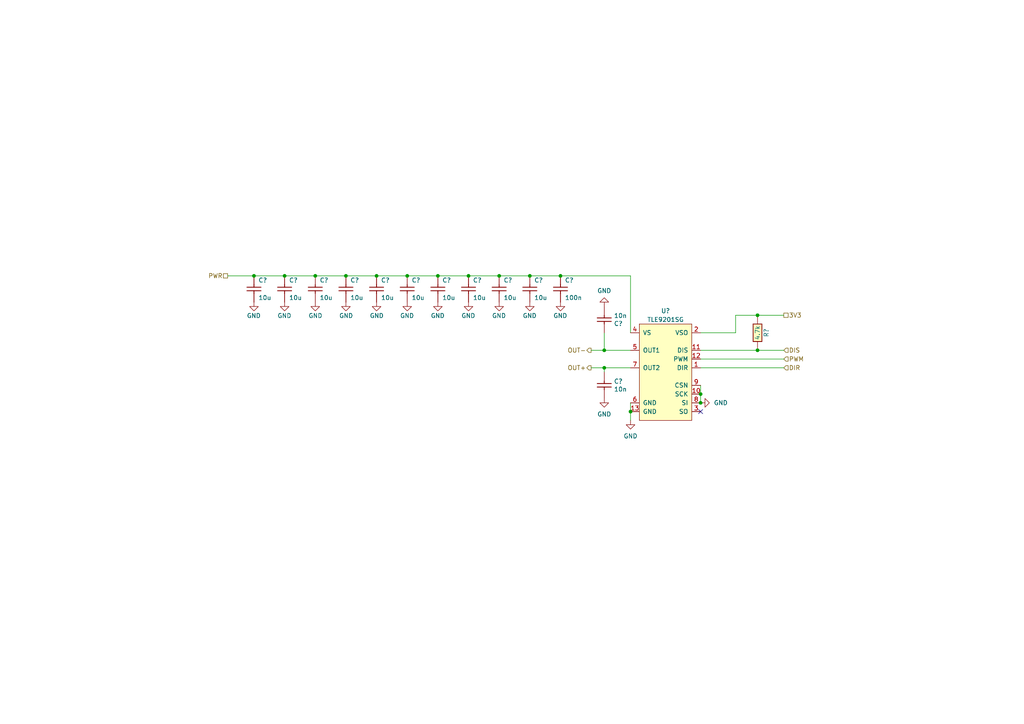
<source format=kicad_sch>
(kicad_sch (version 20230121) (generator eeschema)
  (paper "A4")
  (title_block (title "Hellen-One DC motor driver") (date "2023-09-04") (rev "0.1"))
  (lib_symbols
    (symbol "chips:TLE9201SG" (pin_names (offset 1.016))
      (property "Reference" "U" (at -1.27 3.81 0))
      (property "Value" "TLE9201SG" (at 2.54 1.27 0))
      (symbol "TLE9201SG_0_1"
        (rectangle (start -2.54 0) (end 12.7 -27.94) (fill (type background)))
      )
      (symbol "TLE9201SG_1_1"
        (pin passive line (at -5.08 -12.7 0) (length 2.54) (name "DIR") (number "1"))
        (pin passive line (at -5.08 -20.32 0) (length 2.54) (name "SCK") (number "10"))
        (pin passive line (at -5.08 -7.62 0) (length 2.54) (name "DIS") (number "11"))
        (pin passive line (at -5.08 -10.16 0) (length 2.54) (name "PWM") (number "12"))
        (pin passive line (at 15.24 -25.4 180) (length 2.54) (name "GND") (number "13"))
        (pin passive line (at -5.08 -2.54 0) (length 2.54) (name "VSO") (number "2"))
        (pin passive line (at -5.08 -25.4 0) (length 2.54) (name "SO") (number "3"))
        (pin passive line (at 15.24 -2.54 180) (length 2.54) (name "VS") (number "4"))
        (pin passive line (at 15.24 -7.62 180) (length 2.54) (name "OUT1") (number "5"))
        (pin passive line (at 15.24 -22.86 180) (length 2.54) (name "GND") (number "6"))
        (pin passive line (at 15.24 -12.7 180) (length 2.54) (name "OUT2") (number "7"))
        (pin passive line (at -5.08 -22.86 0) (length 2.54) (name "SI") (number "8"))
        (pin passive line (at -5.08 -17.78 0) (length 2.54) (name "CSN") (number "9"))
      )
    )
    (symbol "hellen-one-common:Cap" (pin_numbers hide)
      (property "Reference" "C" (at -3.81 2.54 0))
      (property "Value" "Cap" (at -2.54 -1.27 0))
      (symbol "Cap_1_0"
        (polyline (pts (xy -1.27 0) (xy -0.508 0)) (stroke (width 0.254)))
        (polyline (pts (xy -0.508 -2.032) (xy -0.508 2.032)) (stroke (width 0.254)))
        (polyline (pts (xy 0.508 2.032) (xy 0.508 -2.032)) (stroke (width 0.254)))
        (polyline (pts (xy 1.27 0) (xy 0.508 0)) (stroke (width 0.254)))
        (pin passive line (at -3.81 0 0) (length 2.54) (name "") (number "1"))
        (pin passive line (at 3.81 0 180) (length 2.54) (name "") (number "2"))
      )
    )
    (symbol "hellen-one-common:Res" (pin_numbers hide)
      (property "Reference" "R" (at 3.81 2.54 0))
      (property "Value" "Res" (at 5.08 -2.54 0))
      (symbol "Res_1_0"
        (rectangle (start 2.54 -1.27) (end 7.62 1.27) (stroke (width 0.254)) (fill (type background)))
        (pin passive line (at 0 0 0) (length 2.54) (name "") (number "1"))
        (pin passive line (at 10.16 0 180) (length 2.54) (name "") (number "2"))
      )
    )
    (symbol "power:GND" (power) (pin_names (offset 0))
      (property "Value" "GND" (at 0 -3.81 0))
      (symbol "GND_0_1"
        (polyline (pts (xy 0 0) (xy 0 -1.27) (xy 1.27 -1.27) (xy 0 -2.54) (xy -1.27 -1.27) (xy 0 -1.27)))
      )
      (symbol "GND_1_1"
        (pin power_in line (at 0 0 270) (length 0) hide (name "GND") (number "1"))
      )
    )
  )
  (junction (at 144.78 80.01))
  (junction (at 91.44 80.01))
  (junction (at 219.71 91.44))
  (junction (at 127 80.01))
  (junction (at 135.89 80.01))
  (junction (at 203.2 116.84))
  (junction (at 175.26 101.6))
  (junction (at 175.26 106.68))
  (junction (at 109.22 80.01))
  (junction (at 219.71 101.6))
  (junction (at 118.11 80.01))
  (junction (at 182.88 119.38))
  (junction (at 203.2 114.3))
  (junction (at 162.56 80.01))
  (junction (at 73.66 80.01))
  (junction (at 153.67 80.01))
  (junction (at 82.55 80.01))
  (junction (at 100.33 80.01))
  (no_connect (at 203.2 119.38))
  (wire (pts (xy 175.26 101.6) (xy 171.45 101.6)))
  (wire (pts (xy 203.2 96.52) (xy 213.36 96.52)))
  (wire (pts (xy 203.2 111.76) (xy 203.2 114.3)))
  (wire (pts (xy 203.2 106.68) (xy 227.33 106.68)))
  (wire (pts (xy 153.67 80.01) (xy 162.56 80.01)))
  (wire (pts (xy 203.2 114.3) (xy 203.2 116.84)))
  (wire (pts (xy 203.2 101.6) (xy 219.71 101.6)))
  (wire (pts (xy 127 80.01) (xy 135.89 80.01)))
  (wire (pts (xy 203.2 104.14) (xy 227.33 104.14)))
  (wire (pts (xy 91.44 80.01) (xy 100.33 80.01)))
  (wire (pts (xy 175.26 106.68) (xy 182.88 106.68)))
  (wire (pts (xy 171.45 106.68) (xy 175.26 106.68)))
  (wire (pts (xy 182.88 101.6) (xy 175.26 101.6)))
  (wire (pts (xy 219.71 91.44) (xy 227.33 91.44)))
  (wire (pts (xy 144.78 80.01) (xy 153.67 80.01)))
  (wire (pts (xy 182.88 116.84) (xy 182.88 119.38)))
  (wire (pts (xy 213.36 96.52) (xy 213.36 91.44)))
  (wire (pts (xy 182.88 119.38) (xy 182.88 121.92)))
  (wire (pts (xy 82.55 80.01) (xy 91.44 80.01)))
  (wire (pts (xy 109.22 80.01) (xy 118.11 80.01)))
  (wire (pts (xy 73.66 80.01) (xy 82.55 80.01)))
  (wire (pts (xy 118.11 80.01) (xy 127 80.01)))
  (wire (pts (xy 175.26 101.6) (xy 175.26 96.52)))
  (wire (pts (xy 175.26 106.68) (xy 175.26 107.95)))
  (wire (pts (xy 135.89 80.01) (xy 144.78 80.01)))
  (wire (pts (xy 213.36 91.44) (xy 219.71 91.44)))
  (wire (pts (xy 66.04 80.01) (xy 73.66 80.01)))
  (wire (pts (xy 219.71 101.6) (xy 227.33 101.6)))
  (wire (pts (xy 162.56 80.01) (xy 182.88 80.01)))
  (wire (pts (xy 182.88 80.01) (xy 182.88 96.52)))
  (wire (pts (xy 100.33 80.01) (xy 109.22 80.01)))
  (hierarchical_label "3V3" (shape passive) (at 227.33 91.44 0))
  (hierarchical_label "OUT-" (shape output) (at 171.45 101.6 180))
  (hierarchical_label "DIS" (shape input) (at 227.33 101.6 0))
  (hierarchical_label "DIR" (shape input) (at 227.33 106.68 0))
  (hierarchical_label "PWM" (shape input) (at 227.33 104.14 0))
  (hierarchical_label "PWR" (shape passive) (at 66.04 80.01 180))
  (hierarchical_label "OUT+" (shape output) (at 171.45 106.68 180))
  (symbol (lib_id "hellen-one-common:Cap") (at 144.78 83.82 90) (unit 1)
    (property "Reference" "C?" (at 146.05 81.28 90) (effects (justify right)))
    (property "Value" "10u" (at 146.05 86.36 90) (effects (justify right)))
    (property "Footprint" "hellen-one-common:C0805" (effects hide))
    (property "LCSC" "C15850" (effects hide))
  )
  (symbol (lib_id "power:GND") (at 118.11 87.63 0) (mirror y) (unit 1)
    (property "Reference" "#PWR?" (effects hide))
    (property "Value" "GND" (at 118.0592 91.5734 0))
  )
  (symbol (lib_id "hellen-one-common:Cap") (at 118.11 83.82 90) (unit 1)
    (property "Reference" "C?" (at 119.38 81.28 90) (effects (justify right)))
    (property "Value" "10u" (at 119.38 86.36 90) (effects (justify right)))
    (property "Footprint" "hellen-one-common:C0805" (effects hide))
    (property "LCSC" "C15850" (effects hide))
  )
  (symbol (lib_id "hellen-one-common:Cap") (at 109.22 83.82 90) (unit 1)
    (property "Reference" "C?" (at 110.49 81.28 90) (effects (justify right)))
    (property "Value" "10u" (at 110.49 86.36 90) (effects (justify right)))
    (property "Footprint" "hellen-one-common:C0805" (effects hide))
    (property "LCSC" "C15850" (effects hide))
  )
  (symbol (lib_id "power:GND") (at 144.78 87.63 0) (mirror y) (unit 1)
    (property "Reference" "#PWR?" (effects hide))
    (property "Value" "GND" (at 144.7292 91.5734 0))
  )
  (symbol (lib_id "power:GND") (at 91.44 87.63 0) (unit 1)
    (property "Reference" "#PWR?" (effects hide))
    (property "Value" "GND" (at 91.4908 91.5734 0))
  )
  (symbol (lib_id "hellen-one-common:Res") (at 219.71 101.6 90) (unit 1)
    (property "Reference" "R?" (at 222.25 96.52 0))
    (property "Value" "4.7k" (at 219.71 96.52 0))
    (property "Footprint" "hellen-one-common:R0603" (effects hide))
    (property "LCSC" "C23162" (effects hide))
  )
  (symbol (lib_id "power:GND") (at 127 87.63 0) (mirror y) (unit 1)
    (property "Reference" "#PWR?" (effects hide))
    (property "Value" "GND" (at 126.9492 91.5734 0))
  )
  (symbol (lib_id "hellen-one-common:Cap") (at 91.44 83.82 90) (unit 1)
    (property "Reference" "C?" (at 92.71 81.28 90) (effects (justify right)))
    (property "Value" "10u" (at 92.71 86.36 90) (effects (justify right)))
    (property "Footprint" "hellen-one-common:C0805" (effects hide))
    (property "LCSC" "C15850" (effects hide))
  )
  (symbol (lib_id "power:GND") (at 203.2 116.84 90) (mirror x) (unit 1)
    (property "Reference" "#PWR?" (effects hide))
    (property "Value" "GND" (at 207.01 116.84 90) (effects (justify right)))
  )
  (symbol (lib_id "power:GND") (at 100.33 87.63 0) (unit 1)
    (property "Reference" "#PWR?" (effects hide))
    (property "Value" "GND" (at 100.3808 91.5734 0))
  )
  (symbol (lib_id "power:GND") (at 153.67 87.63 0) (mirror y) (unit 1)
    (property "Reference" "#PWR?" (effects hide))
    (property "Value" "GND" (at 153.6192 91.5734 0))
  )
  (symbol (lib_id "hellen-one-common:Cap") (at 100.33 83.82 90) (unit 1)
    (property "Reference" "C?" (at 101.6 81.28 90) (effects (justify right)))
    (property "Value" "10u" (at 101.6 86.36 90) (effects (justify right)))
    (property "Footprint" "hellen-one-common:C0805" (effects hide))
    (property "LCSC" "C15850" (effects hide))
  )
  (symbol (lib_id "power:GND") (at 109.22 87.63 0) (unit 1)
    (property "Reference" "#PWR?" (effects hide))
    (property "Value" "GND" (at 109.2708 91.5734 0))
  )
  (symbol (lib_id "power:GND") (at 73.66 87.63 0) (mirror y) (unit 1)
    (property "Reference" "#PWR?" (effects hide))
    (property "Value" "GND" (at 73.6092 91.5734 0))
  )
  (symbol (lib_id "chips:TLE9201SG") (at 198.12 93.98 0) (mirror y) (unit 1)
    (property "Reference" "U?" (at 193.04 90.17 0))
    (property "Value" "TLE9201SG" (at 193.04 92.71 0))
    (property "Footprint" "Package_SO:Infineon_PG-DSO-12-11" (effects hide))
    (property "LCSC" "C112633" (effects hide))
  )
  (symbol (lib_id "hellen-one-common:Cap") (at 73.66 83.82 90) (unit 1)
    (property "Reference" "C?" (at 74.93 81.28 90) (effects (justify right)))
    (property "Value" "10u" (at 74.93 86.36 90) (effects (justify right)))
    (property "Footprint" "hellen-one-common:C0805" (effects hide))
    (property "LCSC" "C15850" (effects hide))
  )
  (symbol (lib_id "hellen-one-common:Cap") (at 162.56 83.82 90) (unit 1)
    (property "Reference" "C?" (at 163.83 81.28 90) (effects (justify right)))
    (property "Value" "100n" (at 163.83 86.36 90) (effects (justify right)))
    (property "Footprint" "hellen-one-common:C0603" (effects hide))
    (property "LCSC" "C14663" (effects hide))
  )
  (symbol (lib_id "hellen-one-common:Cap") (at 153.67 83.82 90) (unit 1)
    (property "Reference" "C?" (at 154.94 81.28 90) (effects (justify right)))
    (property "Value" "10u" (at 154.94 86.36 90) (effects (justify right)))
    (property "Footprint" "hellen-one-common:C0805" (effects hide))
    (property "LCSC" "C15850" (effects hide))
  )
  (symbol (lib_id "power:GND") (at 175.26 115.57 0) (mirror y) (unit 1)
    (property "Reference" "#PWR?" (effects hide))
    (property "Value" "GND" (at 175.26 120.1325 0))
  )
  (symbol (lib_id "hellen-one-common:Cap") (at 135.89 83.82 90) (unit 1)
    (property "Reference" "C?" (at 137.16 81.28 90) (effects (justify right)))
    (property "Value" "10u" (at 137.16 86.36 90) (effects (justify right)))
    (property "Footprint" "hellen-one-common:C0805" (effects hide))
    (property "LCSC" "C15850" (effects hide))
  )
  (symbol (lib_id "hellen-one-common:Cap") (at 127 83.82 90) (unit 1)
    (property "Reference" "C?" (at 128.27 81.28 90) (effects (justify right)))
    (property "Value" "10u" (at 128.27 86.36 90) (effects (justify right)))
    (property "Footprint" "hellen-one-common:C0805" (effects hide))
    (property "LCSC" "C15850" (effects hide))
  )
  (symbol (lib_id "power:GND") (at 175.26 88.9 180) (unit 1)
    (property "Reference" "#PWR?" (effects hide))
    (property "Value" "GND" (at 175.26 84.3375 0))
  )
  (symbol (lib_id "power:GND") (at 182.88 121.92 0) (mirror y) (unit 1)
    (property "Reference" "#PWR?" (effects hide))
    (property "Value" "GND" (at 182.88 126.4825 0))
  )
  (symbol (lib_id "power:GND") (at 162.56 87.63 0) (mirror y) (unit 1)
    (property "Reference" "#PWR?" (effects hide))
    (property "Value" "GND" (at 162.5092 91.5734 0))
  )
  (symbol (lib_id "hellen-one-common:Cap") (at 82.55 83.82 90) (unit 1)
    (property "Reference" "C?" (at 83.82 81.28 90) (effects (justify right)))
    (property "Value" "10u" (at 83.82 86.36 90) (effects (justify right)))
    (property "Footprint" "hellen-one-common:C0805" (effects hide))
    (property "LCSC" "C15850" (effects hide))
  )
  (symbol (lib_id "power:GND") (at 82.55 87.63 0) (mirror y) (unit 1)
    (property "Reference" "#PWR?" (effects hide))
    (property "Value" "GND" (at 82.4992 91.5734 0))
  )
  (symbol (lib_id "hellen-one-common:Cap") (at 175.26 92.71 90) (mirror x) (unit 1)
    (property "Reference" "C?" (at 178.0541 93.8594 90) (effects (justify right)))
    (property "Value" "10n" (at 178.0541 91.5607 90) (effects (justify right)))
    (property "Footprint" "hellen-one-common:C0603" (effects hide))
    (property "LCSC" "C57112" (effects hide))
  )
  (symbol (lib_id "hellen-one-common:Cap") (at 175.26 111.76 90) (unit 1)
    (property "Reference" "C?" (at 178.0541 110.6106 90) (effects (justify right)))
    (property "Value" "10n" (at 178.0541 112.9093 90) (effects (justify right)))
    (property "Footprint" "hellen-one-common:C0603" (effects hide))
    (property "LCSC" "C57112" (effects hide))
  )
  (symbol (lib_id "power:GND") (at 135.89 87.63 0) (mirror y) (unit 1)
    (property "Reference" "#PWR?" (effects hide))
    (property "Value" "GND" (at 135.8392 91.5734 0))
  )
)
</source>
